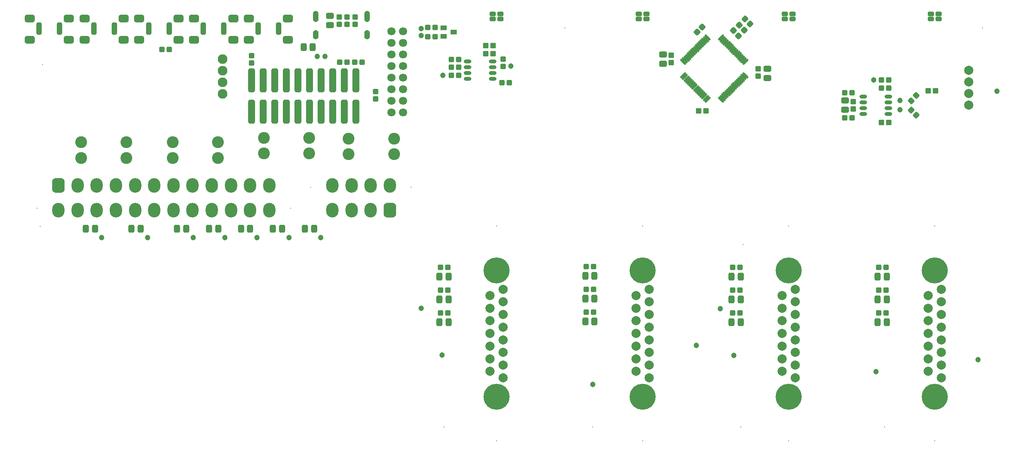
<source format=gts>
G04*
G04 #@! TF.GenerationSoftware,Altium Limited,Altium Designer,24.3.1 (35)*
G04*
G04 Layer_Color=8388736*
%FSLAX25Y25*%
%MOIN*%
G70*
G04*
G04 #@! TF.SameCoordinates,03FD84D8-87D8-4BCB-B200-23DCDFDCD728*
G04*
G04*
G04 #@! TF.FilePolarity,Negative*
G04*
G01*
G75*
G04:AMPARAMS|DCode=37|XSize=47.37mil|YSize=45.4mil|CornerRadius=8.68mil|HoleSize=0mil|Usage=FLASHONLY|Rotation=270.000|XOffset=0mil|YOffset=0mil|HoleType=Round|Shape=RoundedRectangle|*
%AMROUNDEDRECTD37*
21,1,0.04737,0.02805,0,0,270.0*
21,1,0.03002,0.04540,0,0,270.0*
1,1,0.01735,-0.01403,-0.01501*
1,1,0.01735,-0.01403,0.01501*
1,1,0.01735,0.01403,0.01501*
1,1,0.01735,0.01403,-0.01501*
%
%ADD37ROUNDEDRECTD37*%
%ADD38C,0.04737*%
G04:AMPARAMS|DCode=39|XSize=47.37mil|YSize=47.37mil|CornerRadius=8.92mil|HoleSize=0mil|Usage=FLASHONLY|Rotation=90.000|XOffset=0mil|YOffset=0mil|HoleType=Round|Shape=RoundedRectangle|*
%AMROUNDEDRECTD39*
21,1,0.04737,0.02953,0,0,90.0*
21,1,0.02953,0.04737,0,0,90.0*
1,1,0.01784,0.01476,0.01476*
1,1,0.01784,0.01476,-0.01476*
1,1,0.01784,-0.01476,-0.01476*
1,1,0.01784,-0.01476,0.01476*
%
%ADD39ROUNDEDRECTD39*%
G04:AMPARAMS|DCode=40|XSize=47.37mil|YSize=45.4mil|CornerRadius=8.68mil|HoleSize=0mil|Usage=FLASHONLY|Rotation=135.000|XOffset=0mil|YOffset=0mil|HoleType=Round|Shape=RoundedRectangle|*
%AMROUNDEDRECTD40*
21,1,0.04737,0.02805,0,0,135.0*
21,1,0.03002,0.04540,0,0,135.0*
1,1,0.01735,-0.00070,0.02053*
1,1,0.01735,0.02053,-0.00070*
1,1,0.01735,0.00070,-0.02053*
1,1,0.01735,-0.02053,0.00070*
%
%ADD40ROUNDEDRECTD40*%
G04:AMPARAMS|DCode=41|XSize=47.37mil|YSize=45.4mil|CornerRadius=8.68mil|HoleSize=0mil|Usage=FLASHONLY|Rotation=225.000|XOffset=0mil|YOffset=0mil|HoleType=Round|Shape=RoundedRectangle|*
%AMROUNDEDRECTD41*
21,1,0.04737,0.02805,0,0,225.0*
21,1,0.03002,0.04540,0,0,225.0*
1,1,0.01735,-0.02053,-0.00070*
1,1,0.01735,0.00070,0.02053*
1,1,0.01735,0.02053,0.00070*
1,1,0.01735,-0.00070,-0.02053*
%
%ADD41ROUNDEDRECTD41*%
%ADD42O,0.06509X0.03162*%
G04:AMPARAMS|DCode=43|XSize=47.37mil|YSize=47.37mil|CornerRadius=8.92mil|HoleSize=0mil|Usage=FLASHONLY|Rotation=0.000|XOffset=0mil|YOffset=0mil|HoleType=Round|Shape=RoundedRectangle|*
%AMROUNDEDRECTD43*
21,1,0.04737,0.02953,0,0,0.0*
21,1,0.02953,0.04737,0,0,0.0*
1,1,0.01784,0.01476,-0.01476*
1,1,0.01784,-0.01476,-0.01476*
1,1,0.01784,-0.01476,0.01476*
1,1,0.01784,0.01476,0.01476*
%
%ADD43ROUNDEDRECTD43*%
G04:AMPARAMS|DCode=44|XSize=65.09mil|YSize=51.31mil|CornerRadius=9.41mil|HoleSize=0mil|Usage=FLASHONLY|Rotation=0.000|XOffset=0mil|YOffset=0mil|HoleType=Round|Shape=RoundedRectangle|*
%AMROUNDEDRECTD44*
21,1,0.06509,0.03248,0,0,0.0*
21,1,0.04626,0.05131,0,0,0.0*
1,1,0.01883,0.02313,-0.01624*
1,1,0.01883,-0.02313,-0.01624*
1,1,0.01883,-0.02313,0.01624*
1,1,0.01883,0.02313,0.01624*
%
%ADD44ROUNDEDRECTD44*%
G04:AMPARAMS|DCode=45|XSize=47.37mil|YSize=47.37mil|CornerRadius=8.92mil|HoleSize=0mil|Usage=FLASHONLY|Rotation=225.000|XOffset=0mil|YOffset=0mil|HoleType=Round|Shape=RoundedRectangle|*
%AMROUNDEDRECTD45*
21,1,0.04737,0.02953,0,0,225.0*
21,1,0.02953,0.04737,0,0,225.0*
1,1,0.01784,-0.02088,0.00000*
1,1,0.01784,0.00000,0.02088*
1,1,0.01784,0.02088,0.00000*
1,1,0.01784,0.00000,-0.02088*
%
%ADD45ROUNDEDRECTD45*%
G04:AMPARAMS|DCode=46|XSize=47.37mil|YSize=47.37mil|CornerRadius=8.92mil|HoleSize=0mil|Usage=FLASHONLY|Rotation=315.000|XOffset=0mil|YOffset=0mil|HoleType=Round|Shape=RoundedRectangle|*
%AMROUNDEDRECTD46*
21,1,0.04737,0.02953,0,0,315.0*
21,1,0.02953,0.04737,0,0,315.0*
1,1,0.01784,0.00000,-0.02088*
1,1,0.01784,-0.02088,0.00000*
1,1,0.01784,0.00000,0.02088*
1,1,0.01784,0.02088,0.00000*
%
%ADD46ROUNDEDRECTD46*%
G04:AMPARAMS|DCode=47|XSize=19.81mil|YSize=67.06mil|CornerRadius=0mil|HoleSize=0mil|Usage=FLASHONLY|Rotation=225.000|XOffset=0mil|YOffset=0mil|HoleType=Round|Shape=Round|*
%AMOVALD47*
21,1,0.04724,0.01981,0.00000,0.00000,315.0*
1,1,0.01981,-0.01670,0.01670*
1,1,0.01981,0.01670,-0.01670*
%
%ADD47OVALD47*%

G04:AMPARAMS|DCode=48|XSize=19.81mil|YSize=67.06mil|CornerRadius=0mil|HoleSize=0mil|Usage=FLASHONLY|Rotation=315.000|XOffset=0mil|YOffset=0mil|HoleType=Round|Shape=Round|*
%AMOVALD48*
21,1,0.04724,0.01981,0.00000,0.00000,45.0*
1,1,0.01981,-0.01670,-0.01670*
1,1,0.01981,0.01670,0.01670*
%
%ADD48OVALD48*%

G04:AMPARAMS|DCode=49|XSize=47.37mil|YSize=45.4mil|CornerRadius=8.68mil|HoleSize=0mil|Usage=FLASHONLY|Rotation=180.000|XOffset=0mil|YOffset=0mil|HoleType=Round|Shape=RoundedRectangle|*
%AMROUNDEDRECTD49*
21,1,0.04737,0.02805,0,0,180.0*
21,1,0.03002,0.04540,0,0,180.0*
1,1,0.01735,-0.01501,0.01403*
1,1,0.01735,0.01501,0.01403*
1,1,0.01735,0.01501,-0.01403*
1,1,0.01735,-0.01501,-0.01403*
%
%ADD49ROUNDEDRECTD49*%
%ADD50R,0.05524X0.03950*%
G04:AMPARAMS|DCode=51|XSize=39.5mil|YSize=51.31mil|CornerRadius=7.94mil|HoleSize=0mil|Usage=FLASHONLY|Rotation=90.000|XOffset=0mil|YOffset=0mil|HoleType=Round|Shape=RoundedRectangle|*
%AMROUNDEDRECTD51*
21,1,0.03950,0.03543,0,0,90.0*
21,1,0.02362,0.05131,0,0,90.0*
1,1,0.01587,0.01772,0.01181*
1,1,0.01587,0.01772,-0.01181*
1,1,0.01587,-0.01772,-0.01181*
1,1,0.01587,-0.01772,0.01181*
%
%ADD51ROUNDEDRECTD51*%
G04:AMPARAMS|DCode=52|XSize=65.09mil|YSize=51.31mil|CornerRadius=9.41mil|HoleSize=0mil|Usage=FLASHONLY|Rotation=270.000|XOffset=0mil|YOffset=0mil|HoleType=Round|Shape=RoundedRectangle|*
%AMROUNDEDRECTD52*
21,1,0.06509,0.03248,0,0,270.0*
21,1,0.04626,0.05131,0,0,270.0*
1,1,0.01883,-0.01624,-0.02313*
1,1,0.01883,-0.01624,0.02313*
1,1,0.01883,0.01624,0.02313*
1,1,0.01883,0.01624,-0.02313*
%
%ADD52ROUNDEDRECTD52*%
G04:AMPARAMS|DCode=53|XSize=58mil|YSize=208mil|CornerRadius=16.5mil|HoleSize=0mil|Usage=FLASHONLY|Rotation=180.000|XOffset=0mil|YOffset=0mil|HoleType=Round|Shape=RoundedRectangle|*
%AMROUNDEDRECTD53*
21,1,0.05800,0.17500,0,0,180.0*
21,1,0.02500,0.20800,0,0,180.0*
1,1,0.03300,-0.01250,0.08750*
1,1,0.03300,0.01250,0.08750*
1,1,0.03300,0.01250,-0.08750*
1,1,0.03300,-0.01250,-0.08750*
%
%ADD53ROUNDEDRECTD53*%
G04:AMPARAMS|DCode=54|XSize=86.74mil|YSize=67.06mil|CornerRadius=18.76mil|HoleSize=0mil|Usage=FLASHONLY|Rotation=180.000|XOffset=0mil|YOffset=0mil|HoleType=Round|Shape=RoundedRectangle|*
%AMROUNDEDRECTD54*
21,1,0.08674,0.02953,0,0,180.0*
21,1,0.04921,0.06706,0,0,180.0*
1,1,0.03753,-0.02461,0.01476*
1,1,0.03753,0.02461,0.01476*
1,1,0.03753,0.02461,-0.01476*
1,1,0.03753,-0.02461,-0.01476*
%
%ADD54ROUNDEDRECTD54*%
G04:AMPARAMS|DCode=55|XSize=47.37mil|YSize=106.42mil|CornerRadius=13.84mil|HoleSize=0mil|Usage=FLASHONLY|Rotation=180.000|XOffset=0mil|YOffset=0mil|HoleType=Round|Shape=RoundedRectangle|*
%AMROUNDEDRECTD55*
21,1,0.04737,0.07874,0,0,180.0*
21,1,0.01968,0.10642,0,0,180.0*
1,1,0.02769,-0.00984,0.03937*
1,1,0.02769,0.00984,0.03937*
1,1,0.02769,0.00984,-0.03937*
1,1,0.02769,-0.00984,-0.03937*
%
%ADD55ROUNDEDRECTD55*%
%ADD56C,0.08280*%
%ADD57C,0.07887*%
%ADD58C,0.22453*%
%ADD59C,0.00800*%
%ADD60O,0.10642X0.12611*%
G04:AMPARAMS|DCode=61|XSize=106.42mil|YSize=126.11mil|CornerRadius=28.61mil|HoleSize=0mil|Usage=FLASHONLY|Rotation=0.000|XOffset=0mil|YOffset=0mil|HoleType=Round|Shape=RoundedRectangle|*
%AMROUNDEDRECTD61*
21,1,0.10642,0.06890,0,0,0.0*
21,1,0.04921,0.12611,0,0,0.0*
1,1,0.05721,0.02461,-0.03445*
1,1,0.05721,-0.02461,-0.03445*
1,1,0.05721,-0.02461,0.03445*
1,1,0.05721,0.02461,0.03445*
%
%ADD61ROUNDEDRECTD61*%
%ADD62C,0.07099*%
%ADD63C,0.10249*%
G36*
X253588Y358271D02*
X253712Y358281D01*
X253834Y358297D01*
X253956Y358319D01*
X254076Y358348D01*
X254194Y358383D01*
X254311Y358425D01*
X254425Y358472D01*
X254537Y358525D01*
X254646Y358584D01*
X254751Y358649D01*
X254853Y358719D01*
X254951Y358794D01*
X255045Y358875D01*
X255135Y358960D01*
X255220Y359049D01*
X255300Y359143D01*
X255376Y359242D01*
X255446Y359343D01*
X255510Y359449D01*
X255569Y359558D01*
X255623Y359669D01*
X255670Y359783D01*
X255711Y359900D01*
X255746Y360018D01*
X255775Y360139D01*
X255798Y360260D01*
X255814Y360383D01*
X255823Y360506D01*
X255827Y360630D01*
Y363779D01*
X255823Y363903D01*
X255814Y364026D01*
X255798Y364149D01*
X255775Y364271D01*
X255746Y364391D01*
X255711Y364510D01*
X255670Y364626D01*
X255623Y364740D01*
X255569Y364852D01*
X255510Y364961D01*
X255446Y365066D01*
X255376Y365168D01*
X255300Y365266D01*
X255220Y365360D01*
X255135Y365450D01*
X255045Y365535D01*
X254951Y365615D01*
X254853Y365691D01*
X254751Y365761D01*
X254646Y365825D01*
X254537Y365884D01*
X254425Y365937D01*
X254311Y365985D01*
X254194Y366026D01*
X254076Y366061D01*
X253956Y366090D01*
X253834Y366113D01*
X253712Y366129D01*
X253588Y366139D01*
X253465Y366142D01*
X253341Y366139D01*
X253218Y366129D01*
X253095Y366113D01*
X252973Y366090D01*
X252853Y366061D01*
X252735Y366026D01*
X252618Y365985D01*
X252504Y365937D01*
X252392Y365884D01*
X252283Y365825D01*
X252178Y365761D01*
X252076Y365691D01*
X251978Y365615D01*
X251884Y365535D01*
X251794Y365450D01*
X251709Y365360D01*
X251629Y365266D01*
X251554Y365168D01*
X251483Y365066D01*
X251419Y364961D01*
X251360Y364852D01*
X251307Y364740D01*
X251259Y364626D01*
X251218Y364510D01*
X251183Y364391D01*
X251154Y364271D01*
X251131Y364149D01*
X251115Y364026D01*
X251106Y363903D01*
X251102Y363779D01*
Y360630D01*
X251106Y360506D01*
X251115Y360383D01*
X251131Y360260D01*
X251154Y360139D01*
X251183Y360019D01*
X251218Y359900D01*
X251259Y359783D01*
X251307Y359669D01*
X251360Y359558D01*
X251419Y359449D01*
X251483Y359343D01*
X251554Y359241D01*
X251629Y359143D01*
X251709Y359049D01*
X251794Y358960D01*
X251884Y358875D01*
X251978Y358794D01*
X252076Y358719D01*
X252178Y358649D01*
X252283Y358584D01*
X252392Y358525D01*
X252504Y358472D01*
X252618Y358425D01*
X252735Y358383D01*
X252853Y358348D01*
X252973Y358319D01*
X253095Y358297D01*
X253218Y358281D01*
X253341Y358271D01*
X253465Y358268D01*
X253588Y358271D01*
D02*
G37*
G36*
Y373232D02*
X253712Y373241D01*
X253834Y373257D01*
X253956Y373280D01*
X254076Y373309D01*
X254194Y373344D01*
X254311Y373385D01*
X254425Y373433D01*
X254537Y373486D01*
X254646Y373545D01*
X254751Y373609D01*
X254853Y373679D01*
X254951Y373755D01*
X255045Y373835D01*
X255135Y373920D01*
X255220Y374010D01*
X255300Y374104D01*
X255376Y374202D01*
X255446Y374304D01*
X255510Y374409D01*
X255569Y374518D01*
X255623Y374630D01*
X255670Y374744D01*
X255711Y374861D01*
X255746Y374979D01*
X255775Y375099D01*
X255798Y375221D01*
X255814Y375344D01*
X255823Y375467D01*
X255827Y375591D01*
Y380315D01*
X255823Y380439D01*
X255814Y380562D01*
X255798Y380684D01*
X255775Y380806D01*
X255746Y380926D01*
X255711Y381045D01*
X255670Y381161D01*
X255623Y381276D01*
X255569Y381387D01*
X255510Y381496D01*
X255446Y381602D01*
X255376Y381703D01*
X255300Y381802D01*
X255220Y381896D01*
X255135Y381985D01*
X255045Y382070D01*
X254951Y382151D01*
X254853Y382226D01*
X254751Y382296D01*
X254646Y382361D01*
X254537Y382420D01*
X254425Y382473D01*
X254311Y382520D01*
X254194Y382561D01*
X254076Y382597D01*
X253956Y382626D01*
X253834Y382648D01*
X253712Y382664D01*
X253588Y382674D01*
X253465Y382677D01*
X253341Y382674D01*
X253218Y382664D01*
X253095Y382648D01*
X252973Y382626D01*
X252853Y382597D01*
X252735Y382561D01*
X252618Y382520D01*
X252504Y382473D01*
X252392Y382420D01*
X252284Y382361D01*
X252178Y382296D01*
X252076Y382226D01*
X251978Y382151D01*
X251884Y382070D01*
X251794Y381985D01*
X251709Y381896D01*
X251629Y381802D01*
X251554Y381703D01*
X251483Y381602D01*
X251419Y381496D01*
X251360Y381387D01*
X251307Y381276D01*
X251259Y381161D01*
X251218Y381045D01*
X251183Y380926D01*
X251154Y380806D01*
X251131Y380684D01*
X251115Y380562D01*
X251106Y380439D01*
X251102Y380315D01*
Y375591D01*
X251106Y375467D01*
X251115Y375344D01*
X251131Y375221D01*
X251154Y375099D01*
X251183Y374979D01*
X251218Y374861D01*
X251259Y374744D01*
X251307Y374630D01*
X251360Y374518D01*
X251419Y374409D01*
X251483Y374304D01*
X251554Y374202D01*
X251629Y374104D01*
X251709Y374010D01*
X251794Y373920D01*
X251884Y373835D01*
X251978Y373755D01*
X252076Y373679D01*
X252178Y373609D01*
X252283Y373545D01*
X252392Y373486D01*
X252504Y373433D01*
X252618Y373385D01*
X252735Y373344D01*
X252853Y373309D01*
X252973Y373280D01*
X253095Y373257D01*
X253218Y373241D01*
X253341Y373232D01*
X253465Y373228D01*
X253588Y373232D01*
D02*
G37*
G36*
X297840Y358271D02*
X297964Y358281D01*
X298086Y358297D01*
X298208Y358319D01*
X298328Y358348D01*
X298446Y358383D01*
X298563Y358425D01*
X298677Y358472D01*
X298789Y358525D01*
X298898Y358584D01*
X299003Y358649D01*
X299105Y358719D01*
X299203Y358794D01*
X299297Y358875D01*
X299387Y358960D01*
X299472Y359049D01*
X299552Y359143D01*
X299628Y359242D01*
X299698Y359343D01*
X299762Y359449D01*
X299821Y359558D01*
X299874Y359669D01*
X299922Y359783D01*
X299963Y359900D01*
X299998Y360019D01*
X300027Y360139D01*
X300050Y360260D01*
X300066Y360383D01*
X300076Y360506D01*
X300079Y360630D01*
Y363779D01*
X300076Y363903D01*
X300066Y364026D01*
X300050Y364149D01*
X300027Y364271D01*
X299998Y364391D01*
X299963Y364510D01*
X299922Y364626D01*
X299874Y364740D01*
X299821Y364852D01*
X299762Y364961D01*
X299698Y365066D01*
X299628Y365168D01*
X299552Y365266D01*
X299472Y365360D01*
X299387Y365450D01*
X299297Y365535D01*
X299203Y365615D01*
X299105Y365691D01*
X299003Y365761D01*
X298898Y365825D01*
X298789Y365884D01*
X298677Y365937D01*
X298563Y365985D01*
X298446Y366026D01*
X298328Y366061D01*
X298208Y366090D01*
X298086Y366113D01*
X297964Y366129D01*
X297840Y366139D01*
X297716Y366142D01*
X297593Y366139D01*
X297470Y366129D01*
X297347Y366113D01*
X297225Y366090D01*
X297105Y366061D01*
X296987Y366026D01*
X296870Y365985D01*
X296756Y365937D01*
X296644Y365884D01*
X296535Y365825D01*
X296430Y365761D01*
X296328Y365691D01*
X296230Y365615D01*
X296136Y365535D01*
X296046Y365450D01*
X295961Y365360D01*
X295881Y365266D01*
X295806Y365168D01*
X295735Y365066D01*
X295671Y364961D01*
X295612Y364852D01*
X295559Y364740D01*
X295511Y364626D01*
X295470Y364510D01*
X295435Y364391D01*
X295406Y364271D01*
X295383Y364149D01*
X295367Y364026D01*
X295358Y363903D01*
X295354Y363779D01*
X295354Y360630D01*
X295358Y360506D01*
X295367Y360383D01*
X295383Y360260D01*
X295406Y360139D01*
X295435Y360019D01*
X295470Y359900D01*
X295511Y359783D01*
X295559Y359669D01*
X295612Y359558D01*
X295671Y359449D01*
X295735Y359343D01*
X295806Y359242D01*
X295881Y359143D01*
X295961Y359049D01*
X296046Y358960D01*
X296136Y358875D01*
X296230Y358794D01*
X296328Y358719D01*
X296430Y358649D01*
X296535Y358584D01*
X296644Y358525D01*
X296756Y358472D01*
X296870Y358425D01*
X296987Y358383D01*
X297105Y358348D01*
X297225Y358319D01*
X297347Y358297D01*
X297470Y358281D01*
X297593Y358271D01*
X297716Y358268D01*
X297840Y358271D01*
D02*
G37*
G36*
Y373232D02*
X297964Y373241D01*
X298086Y373257D01*
X298208Y373280D01*
X298328Y373309D01*
X298446Y373344D01*
X298563Y373385D01*
X298677Y373433D01*
X298789Y373486D01*
X298898Y373545D01*
X299003Y373609D01*
X299105Y373679D01*
X299203Y373755D01*
X299297Y373835D01*
X299387Y373920D01*
X299472Y374010D01*
X299552Y374104D01*
X299628Y374202D01*
X299698Y374304D01*
X299762Y374409D01*
X299821Y374518D01*
X299874Y374630D01*
X299922Y374744D01*
X299963Y374861D01*
X299998Y374979D01*
X300027Y375099D01*
X300050Y375221D01*
X300066Y375344D01*
X300076Y375467D01*
X300079Y375591D01*
X300079Y380315D01*
X300076Y380439D01*
X300066Y380562D01*
X300050Y380684D01*
X300027Y380806D01*
X299998Y380926D01*
X299963Y381045D01*
X299922Y381161D01*
X299874Y381276D01*
X299821Y381387D01*
X299762Y381496D01*
X299698Y381602D01*
X299628Y381703D01*
X299552Y381802D01*
X299472Y381896D01*
X299387Y381985D01*
X299297Y382070D01*
X299203Y382151D01*
X299105Y382226D01*
X299003Y382296D01*
X298898Y382361D01*
X298789Y382420D01*
X298677Y382473D01*
X298563Y382520D01*
X298446Y382561D01*
X298328Y382597D01*
X298208Y382626D01*
X298086Y382648D01*
X297963Y382664D01*
X297840Y382674D01*
X297716Y382677D01*
X297593Y382674D01*
X297470Y382664D01*
X297347Y382648D01*
X297225Y382626D01*
X297105Y382597D01*
X296987Y382561D01*
X296870Y382520D01*
X296756Y382473D01*
X296644Y382420D01*
X296535Y382361D01*
X296430Y382296D01*
X296328Y382226D01*
X296230Y382151D01*
X296136Y382070D01*
X296046Y381985D01*
X295961Y381896D01*
X295881Y381802D01*
X295806Y381703D01*
X295735Y381602D01*
X295671Y381496D01*
X295612Y381387D01*
X295559Y381276D01*
X295511Y381161D01*
X295470Y381045D01*
X295435Y380926D01*
X295406Y380806D01*
X295383Y380684D01*
X295367Y380562D01*
X295358Y380439D01*
X295354Y380315D01*
Y375591D01*
X295358Y375467D01*
X295367Y375344D01*
X295383Y375221D01*
X295406Y375099D01*
X295435Y374979D01*
X295470Y374861D01*
X295511Y374744D01*
X295559Y374630D01*
X295612Y374518D01*
X295671Y374409D01*
X295735Y374304D01*
X295806Y374202D01*
X295881Y374104D01*
X295961Y374010D01*
X296046Y373920D01*
X296136Y373835D01*
X296230Y373755D01*
X296328Y373679D01*
X296430Y373609D01*
X296535Y373545D01*
X296644Y373486D01*
X296756Y373433D01*
X296870Y373385D01*
X296987Y373344D01*
X297105Y373309D01*
X297225Y373280D01*
X297347Y373257D01*
X297470Y373241D01*
X297593Y373232D01*
X297716Y373228D01*
X297840Y373232D01*
D02*
G37*
D37*
X127165Y349410D02*
D03*
X120866D02*
D03*
X747638Y323031D02*
D03*
X741339D02*
D03*
Y316142D02*
D03*
X747638D02*
D03*
X716142Y290551D02*
D03*
X709842D02*
D03*
X716142Y312205D02*
D03*
X709842D02*
D03*
X414173Y320866D02*
D03*
X420472D02*
D03*
X370472Y340945D02*
D03*
X376772D02*
D03*
X370472Y334055D02*
D03*
X376772D02*
D03*
X370472Y327165D02*
D03*
X376772D02*
D03*
X356496Y360433D02*
D03*
X350197Y360433D02*
D03*
X356496Y368307D02*
D03*
X350197D02*
D03*
X612992Y141732D02*
D03*
X619291Y141732D02*
D03*
X738976Y122047D02*
D03*
X745276D02*
D03*
X738976Y141732D02*
D03*
X745276D02*
D03*
X738976Y161417D02*
D03*
X745276D02*
D03*
X619291Y122047D02*
D03*
X612992D02*
D03*
X612992Y161417D02*
D03*
X619291Y161417D02*
D03*
X493110Y162104D02*
D03*
X486811D02*
D03*
X493110Y142419D02*
D03*
X486811Y142419D02*
D03*
X493110Y122734D02*
D03*
X486811D02*
D03*
X367323Y161417D02*
D03*
X361024D02*
D03*
X367323Y141732D02*
D03*
X361024D02*
D03*
X367323Y122047D02*
D03*
X361024D02*
D03*
X287008Y338583D02*
D03*
X293307D02*
D03*
X280512D02*
D03*
X274213D02*
D03*
D38*
X840945Y313386D02*
D03*
X757283Y297441D02*
D03*
X734646Y323031D02*
D03*
X421850Y335039D02*
D03*
X362992Y327165D02*
D03*
X344488Y367323D02*
D03*
X824606Y81890D02*
D03*
X736811Y71457D02*
D03*
X614173Y85433D02*
D03*
X602559Y125787D02*
D03*
X362301Y85809D02*
D03*
X344488Y125984D02*
D03*
X254724Y343307D02*
D03*
X257874Y187008D02*
D03*
X175197D02*
D03*
X202756D02*
D03*
X147638D02*
D03*
X108268D02*
D03*
X68898D02*
D03*
X757283Y305315D02*
D03*
X261417Y343307D02*
D03*
X581693Y94095D02*
D03*
X492323Y60433D02*
D03*
X344488Y361417D02*
D03*
X230315Y187008D02*
D03*
D39*
X788189Y313779D02*
D03*
X781890D02*
D03*
X583858Y296457D02*
D03*
X590158D02*
D03*
X406299Y352756D02*
D03*
X400000D02*
D03*
X406299Y345866D02*
D03*
X400000D02*
D03*
X741339Y286614D02*
D03*
X747638Y286614D02*
D03*
D40*
X771519Y309707D02*
D03*
X767064Y305253D02*
D03*
D41*
Y297109D02*
D03*
X771519Y292655D02*
D03*
X628211Y371395D02*
D03*
X623757Y375849D02*
D03*
D42*
X725886Y308878D02*
D03*
Y303878D02*
D03*
Y298878D02*
D03*
Y293878D02*
D03*
X747342Y308878D02*
D03*
Y303878D02*
D03*
Y298878D02*
D03*
Y293878D02*
D03*
X384528Y339066D02*
D03*
Y334066D02*
D03*
Y329066D02*
D03*
Y324066D02*
D03*
X405984Y339066D02*
D03*
Y334066D02*
D03*
Y329066D02*
D03*
Y324066D02*
D03*
D43*
X716929Y298228D02*
D03*
X716929Y304528D02*
D03*
X634997Y326617D02*
D03*
X634997Y332916D02*
D03*
X559966Y344373D02*
D03*
X559966Y338074D02*
D03*
D44*
X710039Y297441D02*
D03*
X710039Y305315D02*
D03*
X642913Y332677D02*
D03*
Y324803D02*
D03*
X553006Y337286D02*
D03*
Y345160D02*
D03*
X265748Y370472D02*
D03*
Y378346D02*
D03*
D45*
X623051Y366122D02*
D03*
X618597Y370576D02*
D03*
X618130Y361201D02*
D03*
X613676Y365655D02*
D03*
D46*
X582418Y364308D02*
D03*
X586873Y368763D02*
D03*
D47*
X571869Y340154D02*
D03*
X573261Y341546D02*
D03*
X574653Y342938D02*
D03*
X576045Y344330D02*
D03*
X577436Y345722D02*
D03*
X578828Y347114D02*
D03*
X580220Y348506D02*
D03*
X570477Y338762D02*
D03*
X581612Y349898D02*
D03*
X583004Y351290D02*
D03*
X584396Y352682D02*
D03*
X585788Y354074D02*
D03*
X587180Y355466D02*
D03*
X588572Y356857D02*
D03*
X589964Y358249D02*
D03*
X591356Y359641D02*
D03*
X603048Y306191D02*
D03*
X604440Y307583D02*
D03*
X605832Y308975D02*
D03*
X607224Y310367D02*
D03*
X608616Y311758D02*
D03*
X610008Y313150D02*
D03*
X611400Y314542D02*
D03*
X612792Y315934D02*
D03*
X614184Y317326D02*
D03*
X615576Y318718D02*
D03*
X616968Y320110D02*
D03*
X618360Y321502D02*
D03*
X619752Y322894D02*
D03*
X621143Y324286D02*
D03*
X622536Y325678D02*
D03*
X623927Y327070D02*
D03*
D48*
X623927Y338762D02*
D03*
X622536Y340154D02*
D03*
X621143Y341546D02*
D03*
X619752Y342938D02*
D03*
X618360Y344330D02*
D03*
X616968Y345722D02*
D03*
X615576Y347114D02*
D03*
X614184Y348506D02*
D03*
X612792Y349898D02*
D03*
X611400Y351290D02*
D03*
X610008Y352682D02*
D03*
X608616Y354074D02*
D03*
X607224Y355466D02*
D03*
X605832Y356857D02*
D03*
X604440Y358249D02*
D03*
X603048Y359641D02*
D03*
X581612Y315934D02*
D03*
X583004Y314542D02*
D03*
X584396Y313150D02*
D03*
X585788Y311758D02*
D03*
X587180Y310367D02*
D03*
X588572Y308975D02*
D03*
X589964Y307583D02*
D03*
X591356Y306191D02*
D03*
X570477Y327070D02*
D03*
X580220Y317326D02*
D03*
X578828Y318718D02*
D03*
X577436Y320110D02*
D03*
X576045Y321502D02*
D03*
X574653Y322894D02*
D03*
X573261Y324286D02*
D03*
X571869Y325678D02*
D03*
D49*
X414961Y341142D02*
D03*
Y334842D02*
D03*
X305118Y313189D02*
D03*
Y306890D02*
D03*
X287402Y371260D02*
D03*
Y377559D02*
D03*
X280512D02*
D03*
Y371260D02*
D03*
X273622Y377559D02*
D03*
Y371260D02*
D03*
X197962Y344164D02*
D03*
Y337865D02*
D03*
D50*
X372441Y364370D02*
D03*
X363779Y360630D02*
D03*
Y368110D02*
D03*
D51*
X406105Y375787D02*
D03*
Y380118D02*
D03*
X412797Y375787D02*
D03*
Y380118D02*
D03*
X538807Y380118D02*
D03*
Y375787D02*
D03*
X532114Y380118D02*
D03*
Y375787D02*
D03*
X658071Y375787D02*
D03*
Y380118D02*
D03*
X664764Y375787D02*
D03*
Y380118D02*
D03*
X790748Y380118D02*
D03*
Y375787D02*
D03*
X784055Y380118D02*
D03*
Y375787D02*
D03*
D52*
X738189Y114173D02*
D03*
X746063D02*
D03*
X738189Y133858D02*
D03*
X746063D02*
D03*
X738189Y153543D02*
D03*
X746063D02*
D03*
X612205Y114173D02*
D03*
X620079D02*
D03*
X620079Y133858D02*
D03*
X612205D02*
D03*
X620079Y153543D02*
D03*
X612205Y153543D02*
D03*
X493898Y154230D02*
D03*
X486024D02*
D03*
X493898Y134545D02*
D03*
X486024D02*
D03*
X493898Y114860D02*
D03*
X486024D02*
D03*
X368110Y153543D02*
D03*
X360236D02*
D03*
X368110Y133858D02*
D03*
X360236D02*
D03*
X368110Y114173D02*
D03*
X360236Y114173D02*
D03*
X250787Y351575D02*
D03*
X242913D02*
D03*
X55118Y194882D02*
D03*
X62992Y194882D02*
D03*
X102362Y194882D02*
D03*
X94488D02*
D03*
X133858D02*
D03*
X141732D02*
D03*
X161417D02*
D03*
X169291D02*
D03*
X188976D02*
D03*
X196850D02*
D03*
X216535D02*
D03*
X224410D02*
D03*
X251969D02*
D03*
X244094D02*
D03*
D53*
X198031Y295835D02*
D03*
Y322835D02*
D03*
X208032Y295835D02*
D03*
Y322835D02*
D03*
X218032Y295835D02*
D03*
X218032Y322835D02*
D03*
X228031Y295835D02*
D03*
Y322835D02*
D03*
X238032Y295835D02*
D03*
Y322835D02*
D03*
X248031Y295835D02*
D03*
X248031Y322835D02*
D03*
X258032Y295835D02*
D03*
Y322835D02*
D03*
X268032Y295835D02*
D03*
Y322835D02*
D03*
X278031Y295835D02*
D03*
Y322835D02*
D03*
X288032Y295835D02*
D03*
Y322835D02*
D03*
D54*
X229528Y357874D02*
D03*
X229528Y375984D02*
D03*
X195669Y357874D02*
D03*
Y375984D02*
D03*
X148425D02*
D03*
X148425Y357874D02*
D03*
X182283Y375984D02*
D03*
X182283Y357874D02*
D03*
X101181Y375984D02*
D03*
X101181Y357874D02*
D03*
X135039Y375984D02*
D03*
X135039Y357874D02*
D03*
X53937Y375984D02*
D03*
Y357874D02*
D03*
X87795Y375984D02*
D03*
X87795Y357874D02*
D03*
X6693Y375984D02*
D03*
Y357874D02*
D03*
X40551Y375984D02*
D03*
Y357874D02*
D03*
D55*
X221457Y367323D02*
D03*
X203740D02*
D03*
X156496D02*
D03*
X174213D02*
D03*
X109252D02*
D03*
X126969D02*
D03*
X62008D02*
D03*
X79724D02*
D03*
X14764Y367323D02*
D03*
X32480D02*
D03*
D56*
X173228Y341024D02*
D03*
X173228Y331024D02*
D03*
X173228Y321024D02*
D03*
Y311024D02*
D03*
D57*
X816732Y301496D02*
D03*
Y311496D02*
D03*
Y321496D02*
D03*
Y331496D02*
D03*
X781802Y104411D02*
D03*
Y115311D02*
D03*
Y126211D02*
D03*
Y137111D02*
D03*
Y93511D02*
D03*
Y82611D02*
D03*
Y71711D02*
D03*
X793002Y109911D02*
D03*
Y98911D02*
D03*
Y120811D02*
D03*
Y131711D02*
D03*
Y142611D02*
D03*
Y88011D02*
D03*
Y77111D02*
D03*
Y66211D02*
D03*
X667017D02*
D03*
Y77111D02*
D03*
Y88011D02*
D03*
Y142611D02*
D03*
Y131711D02*
D03*
Y120811D02*
D03*
Y98911D02*
D03*
Y109911D02*
D03*
X655817Y71711D02*
D03*
Y82611D02*
D03*
Y93511D02*
D03*
Y137111D02*
D03*
Y126211D02*
D03*
Y115311D02*
D03*
Y104411D02*
D03*
X529833D02*
D03*
Y115311D02*
D03*
Y126211D02*
D03*
Y137111D02*
D03*
Y93511D02*
D03*
Y82611D02*
D03*
Y71711D02*
D03*
X541033Y109911D02*
D03*
Y98911D02*
D03*
Y120811D02*
D03*
Y131711D02*
D03*
Y142611D02*
D03*
Y88011D02*
D03*
Y77111D02*
D03*
Y66211D02*
D03*
X403849Y104411D02*
D03*
Y115311D02*
D03*
Y126211D02*
D03*
Y137111D02*
D03*
Y93511D02*
D03*
Y82611D02*
D03*
Y71711D02*
D03*
X415049Y109911D02*
D03*
Y98911D02*
D03*
Y120811D02*
D03*
Y131711D02*
D03*
Y142611D02*
D03*
Y88011D02*
D03*
Y77111D02*
D03*
Y66211D02*
D03*
D58*
X787402Y158911D02*
D03*
Y49911D02*
D03*
X661417D02*
D03*
Y158911D02*
D03*
X535433D02*
D03*
Y49911D02*
D03*
X409449Y158911D02*
D03*
Y49911D02*
D03*
D59*
X787402Y197011D02*
D03*
Y11811D02*
D03*
X661417D02*
D03*
Y197011D02*
D03*
X535433D02*
D03*
Y11811D02*
D03*
X409449Y197011D02*
D03*
Y11811D02*
D03*
X249213Y230472D02*
D03*
X335827D02*
D03*
X231890Y212441D02*
D03*
X12992D02*
D03*
X622047Y181102D02*
D03*
X828740Y368110D02*
D03*
X468504D02*
D03*
X744095Y23622D02*
D03*
X620079D02*
D03*
X492126D02*
D03*
X364173D02*
D03*
X15748Y196850D02*
D03*
X17717Y336614D02*
D03*
D60*
X317323Y232283D02*
D03*
X267717D02*
D03*
X267717Y210630D02*
D03*
X284252Y232283D02*
D03*
X284252Y210630D02*
D03*
X300787Y232283D02*
D03*
X300787Y210630D02*
D03*
X31496D02*
D03*
X213386D02*
D03*
Y232283D02*
D03*
X196850Y210630D02*
D03*
Y232283D02*
D03*
X180315Y210630D02*
D03*
Y232283D02*
D03*
X163779Y210630D02*
D03*
X163779Y232283D02*
D03*
X147244Y210630D02*
D03*
X147244Y232283D02*
D03*
X130709Y210630D02*
D03*
X130709Y232283D02*
D03*
X114173Y210630D02*
D03*
X114173Y232283D02*
D03*
X97638Y210630D02*
D03*
X97638Y232283D02*
D03*
X81102Y210630D02*
D03*
X81102Y232283D02*
D03*
X64567Y210630D02*
D03*
X64567Y232283D02*
D03*
X48031Y210630D02*
D03*
X48031Y232283D02*
D03*
D61*
X317323Y210630D02*
D03*
X31496Y232283D02*
D03*
D62*
X328898Y294961D02*
D03*
Y304961D02*
D03*
Y314961D02*
D03*
Y324961D02*
D03*
Y334961D02*
D03*
Y344961D02*
D03*
Y354961D02*
D03*
Y364961D02*
D03*
X318898D02*
D03*
Y354961D02*
D03*
Y344961D02*
D03*
Y334961D02*
D03*
Y324961D02*
D03*
Y314961D02*
D03*
Y304961D02*
D03*
Y294961D02*
D03*
D63*
X90237Y255906D02*
D03*
X51182D02*
D03*
X90237Y269292D02*
D03*
X51182D02*
D03*
X129921Y269291D02*
D03*
X168976D02*
D03*
X129921Y255906D02*
D03*
X168976D02*
D03*
X247716Y259842D02*
D03*
X208661D02*
D03*
X247716Y273228D02*
D03*
X208661D02*
D03*
X281871Y272441D02*
D03*
X320926D02*
D03*
X281871Y259055D02*
D03*
X320926D02*
D03*
M02*

</source>
